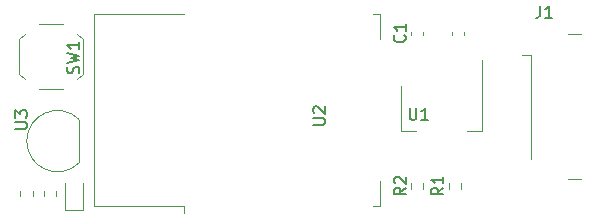
<source format=gbr>
%TF.GenerationSoftware,KiCad,Pcbnew,6.0.1-79c1e3a40b~116~ubuntu20.04.1*%
%TF.CreationDate,2022-01-17T20:19:09+01:00*%
%TF.ProjectId,usb,7573622e-6b69-4636-9164-5f7063625858,rev?*%
%TF.SameCoordinates,Original*%
%TF.FileFunction,Legend,Top*%
%TF.FilePolarity,Positive*%
%FSLAX46Y46*%
G04 Gerber Fmt 4.6, Leading zero omitted, Abs format (unit mm)*
G04 Created by KiCad (PCBNEW 6.0.1-79c1e3a40b~116~ubuntu20.04.1) date 2022-01-17 20:19:09*
%MOMM*%
%LPD*%
G01*
G04 APERTURE LIST*
%ADD10C,0.150000*%
%ADD11C,0.120000*%
G04 APERTURE END LIST*
D10*
%TO.C,U2*%
X125682380Y-80301904D02*
X126491904Y-80301904D01*
X126587142Y-80254285D01*
X126634761Y-80206666D01*
X126682380Y-80111428D01*
X126682380Y-79920952D01*
X126634761Y-79825714D01*
X126587142Y-79778095D01*
X126491904Y-79730476D01*
X125682380Y-79730476D01*
X125777619Y-79301904D02*
X125730000Y-79254285D01*
X125682380Y-79159047D01*
X125682380Y-78920952D01*
X125730000Y-78825714D01*
X125777619Y-78778095D01*
X125872857Y-78730476D01*
X125968095Y-78730476D01*
X126110952Y-78778095D01*
X126682380Y-79349523D01*
X126682380Y-78730476D01*
%TO.C,R1*%
X136712380Y-85616666D02*
X136236190Y-85950000D01*
X136712380Y-86188095D02*
X135712380Y-86188095D01*
X135712380Y-85807142D01*
X135760000Y-85711904D01*
X135807619Y-85664285D01*
X135902857Y-85616666D01*
X136045714Y-85616666D01*
X136140952Y-85664285D01*
X136188571Y-85711904D01*
X136236190Y-85807142D01*
X136236190Y-86188095D01*
X136712380Y-84664285D02*
X136712380Y-85235714D01*
X136712380Y-84950000D02*
X135712380Y-84950000D01*
X135855238Y-85045238D01*
X135950476Y-85140476D01*
X135998095Y-85235714D01*
%TO.C,U3*%
X100462380Y-80631904D02*
X101271904Y-80631904D01*
X101367142Y-80584285D01*
X101414761Y-80536666D01*
X101462380Y-80441428D01*
X101462380Y-80250952D01*
X101414761Y-80155714D01*
X101367142Y-80108095D01*
X101271904Y-80060476D01*
X100462380Y-80060476D01*
X100462380Y-79679523D02*
X100462380Y-79060476D01*
X100843333Y-79393809D01*
X100843333Y-79250952D01*
X100890952Y-79155714D01*
X100938571Y-79108095D01*
X101033809Y-79060476D01*
X101271904Y-79060476D01*
X101367142Y-79108095D01*
X101414761Y-79155714D01*
X101462380Y-79250952D01*
X101462380Y-79536666D01*
X101414761Y-79631904D01*
X101367142Y-79679523D01*
%TO.C,C1*%
X133427142Y-72696666D02*
X133474761Y-72744285D01*
X133522380Y-72887142D01*
X133522380Y-72982380D01*
X133474761Y-73125238D01*
X133379523Y-73220476D01*
X133284285Y-73268095D01*
X133093809Y-73315714D01*
X132950952Y-73315714D01*
X132760476Y-73268095D01*
X132665238Y-73220476D01*
X132570000Y-73125238D01*
X132522380Y-72982380D01*
X132522380Y-72887142D01*
X132570000Y-72744285D01*
X132617619Y-72696666D01*
X133522380Y-71744285D02*
X133522380Y-72315714D01*
X133522380Y-72030000D02*
X132522380Y-72030000D01*
X132665238Y-72125238D01*
X132760476Y-72220476D01*
X132808095Y-72315714D01*
%TO.C,U1*%
X133858095Y-78872380D02*
X133858095Y-79681904D01*
X133905714Y-79777142D01*
X133953333Y-79824761D01*
X134048571Y-79872380D01*
X134239047Y-79872380D01*
X134334285Y-79824761D01*
X134381904Y-79777142D01*
X134429523Y-79681904D01*
X134429523Y-78872380D01*
X135429523Y-79872380D02*
X134858095Y-79872380D01*
X135143809Y-79872380D02*
X135143809Y-78872380D01*
X135048571Y-79015238D01*
X134953333Y-79110476D01*
X134858095Y-79158095D01*
%TO.C,J1*%
X144916666Y-70222380D02*
X144916666Y-70936666D01*
X144869047Y-71079523D01*
X144773809Y-71174761D01*
X144630952Y-71222380D01*
X144535714Y-71222380D01*
X145916666Y-71222380D02*
X145345238Y-71222380D01*
X145630952Y-71222380D02*
X145630952Y-70222380D01*
X145535714Y-70365238D01*
X145440476Y-70460476D01*
X145345238Y-70508095D01*
%TO.C,R2*%
X133542380Y-85616666D02*
X133066190Y-85950000D01*
X133542380Y-86188095D02*
X132542380Y-86188095D01*
X132542380Y-85807142D01*
X132590000Y-85711904D01*
X132637619Y-85664285D01*
X132732857Y-85616666D01*
X132875714Y-85616666D01*
X132970952Y-85664285D01*
X133018571Y-85711904D01*
X133066190Y-85807142D01*
X133066190Y-86188095D01*
X132637619Y-85235714D02*
X132590000Y-85188095D01*
X132542380Y-85092857D01*
X132542380Y-84854761D01*
X132590000Y-84759523D01*
X132637619Y-84711904D01*
X132732857Y-84664285D01*
X132828095Y-84664285D01*
X132970952Y-84711904D01*
X133542380Y-85283333D01*
X133542380Y-84664285D01*
%TO.C,SW1*%
X105834761Y-75943333D02*
X105882380Y-75800476D01*
X105882380Y-75562380D01*
X105834761Y-75467142D01*
X105787142Y-75419523D01*
X105691904Y-75371904D01*
X105596666Y-75371904D01*
X105501428Y-75419523D01*
X105453809Y-75467142D01*
X105406190Y-75562380D01*
X105358571Y-75752857D01*
X105310952Y-75848095D01*
X105263333Y-75895714D01*
X105168095Y-75943333D01*
X105072857Y-75943333D01*
X104977619Y-75895714D01*
X104930000Y-75848095D01*
X104882380Y-75752857D01*
X104882380Y-75514761D01*
X104930000Y-75371904D01*
X104882380Y-75038571D02*
X105882380Y-74800476D01*
X105168095Y-74610000D01*
X105882380Y-74419523D01*
X104882380Y-74181428D01*
X105882380Y-73276666D02*
X105882380Y-73848095D01*
X105882380Y-73562380D02*
X104882380Y-73562380D01*
X105025238Y-73657619D01*
X105120476Y-73752857D01*
X105168095Y-73848095D01*
D11*
%TO.C,U2*%
X114770000Y-87150000D02*
X114770000Y-87760000D01*
X107150000Y-70910000D02*
X114770000Y-70910000D01*
X131390000Y-87150000D02*
X130770000Y-87150000D01*
X131390000Y-85030000D02*
X131390000Y-87150000D01*
X107150000Y-87150000D02*
X107150000Y-70910000D01*
X114770000Y-87150000D02*
X107150000Y-87150000D01*
X130770000Y-70910000D02*
X131390000Y-70910000D01*
X131390000Y-70910000D02*
X131390000Y-73030000D01*
%TO.C,R1*%
X138212500Y-85687258D02*
X138212500Y-85212742D01*
X137167500Y-85687258D02*
X137167500Y-85212742D01*
%TO.C,U3*%
X105900000Y-83470000D02*
X105900000Y-79870000D01*
X101449999Y-81670000D02*
G75*
G03*
X105888478Y-83508478I2600001J0D01*
G01*
X105888478Y-79831522D02*
G75*
G03*
X101450000Y-81670000I-1838478J-1838478D01*
G01*
%TO.C,D1*%
X106175000Y-87535000D02*
X106175000Y-85250000D01*
X104705000Y-87535000D02*
X106175000Y-87535000D01*
X104705000Y-85250000D02*
X104705000Y-87535000D01*
%TO.C,C1*%
X133990000Y-72670580D02*
X133990000Y-72389420D01*
X135010000Y-72670580D02*
X135010000Y-72389420D01*
%TO.C,R4*%
X102897500Y-86327258D02*
X102897500Y-85852742D01*
X103942500Y-86327258D02*
X103942500Y-85852742D01*
%TO.C,U1*%
X133150000Y-80800000D02*
X134410000Y-80800000D01*
X139970000Y-80800000D02*
X138710000Y-80800000D01*
X133150000Y-77040000D02*
X133150000Y-80800000D01*
X139970000Y-74790000D02*
X139970000Y-80800000D01*
%TO.C,J1*%
X144130000Y-74370000D02*
X143375000Y-74370000D01*
X147300000Y-72625000D02*
X148350000Y-72625000D01*
X144130000Y-74370000D02*
X144130000Y-83170000D01*
X147300000Y-84915000D02*
X148350000Y-84915000D01*
%TO.C,R2*%
X135042500Y-85687258D02*
X135042500Y-85212742D01*
X133997500Y-85687258D02*
X133997500Y-85212742D01*
%TO.C,C2*%
X137470000Y-72670580D02*
X137470000Y-72389420D01*
X138490000Y-72670580D02*
X138490000Y-72389420D01*
%TO.C,SW1*%
X100780000Y-73060000D02*
X101270000Y-72570000D01*
X100780000Y-73060000D02*
X100780000Y-75960000D01*
X102460000Y-71790000D02*
X104540000Y-71790000D01*
X106220000Y-75960000D02*
X105730000Y-76450000D01*
X106220000Y-73060000D02*
X105730000Y-72570000D01*
X106220000Y-73060000D02*
X106220000Y-75960000D01*
X100780000Y-75960000D02*
X101270000Y-76450000D01*
X102460000Y-77230000D02*
X104540000Y-77230000D01*
%TO.C,R3*%
X101962500Y-86327258D02*
X101962500Y-85852742D01*
X100917500Y-86327258D02*
X100917500Y-85852742D01*
%TD*%
M02*

</source>
